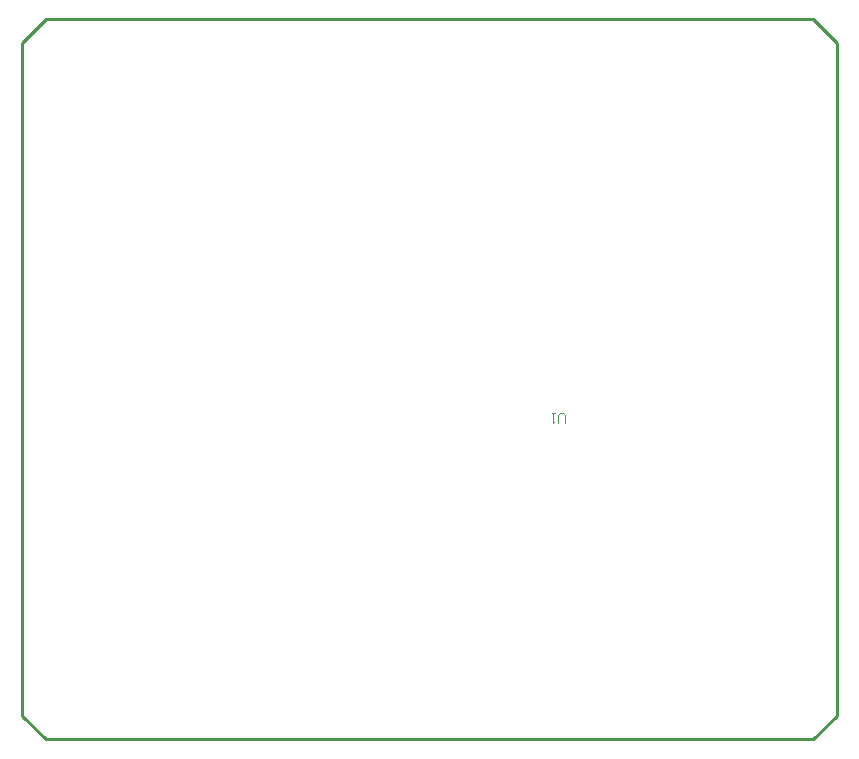
<source format=gm1>
G04*
G04 #@! TF.GenerationSoftware,Altium Limited,Altium Designer,22.7.1 (60)*
G04*
G04 Layer_Color=16711935*
%FSLAX25Y25*%
%MOIN*%
G70*
G04*
G04 #@! TF.SameCoordinates,816887E5-1F56-4921-9221-960AF3535DAC*
G04*
G04*
G04 #@! TF.FilePolarity,Positive*
G04*
G01*
G75*
%ADD12C,0.01000*%
%ADD60C,0.00394*%
D12*
X125984Y314961D02*
X125984Y90551D01*
X133858Y82677D01*
X389764D01*
X397638Y90551D01*
Y314961D01*
X389764Y322835D02*
X397638Y314961D01*
X133858Y322835D02*
X389764Y322835D01*
X125984Y314961D02*
X133858Y322835D01*
D60*
X306839Y188190D02*
Y190814D01*
X306314Y191339D01*
X305264D01*
X304739Y190814D01*
Y188190D01*
X303690Y191339D02*
X302641D01*
X303165D01*
Y188190D01*
X303690Y188715D01*
M02*

</source>
